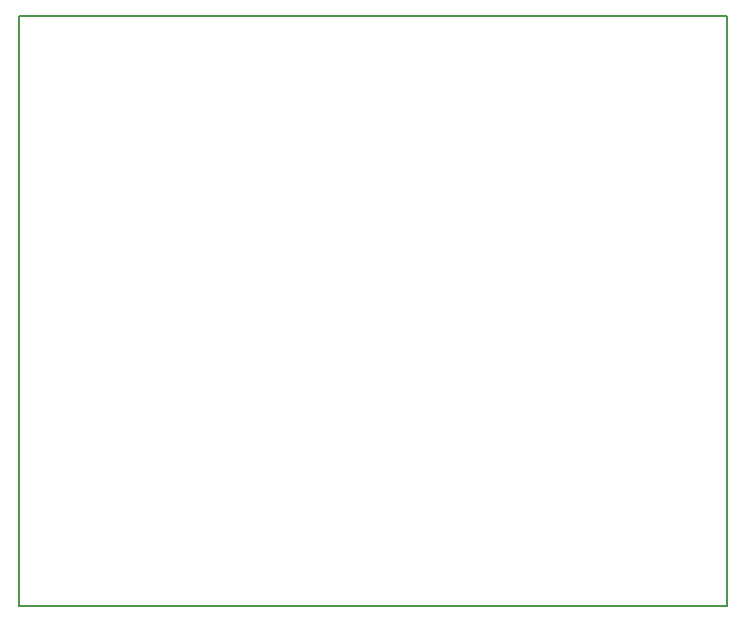
<source format=gm1>
G04 #@! TF.GenerationSoftware,KiCad,Pcbnew,8.0.6*
G04 #@! TF.CreationDate,2025-01-14T12:10:58-05:00*
G04 #@! TF.ProjectId,usb_lin,7573625f-6c69-46e2-9e6b-696361645f70,rev?*
G04 #@! TF.SameCoordinates,Original*
G04 #@! TF.FileFunction,Profile,NP*
%FSLAX46Y46*%
G04 Gerber Fmt 4.6, Leading zero omitted, Abs format (unit mm)*
G04 Created by KiCad (PCBNEW 8.0.6) date 2025-01-14 12:10:58*
%MOMM*%
%LPD*%
G01*
G04 APERTURE LIST*
G04 #@! TA.AperFunction,Profile*
%ADD10C,0.150000*%
G04 #@! TD*
G04 APERTURE END LIST*
D10*
X190000000Y-80000000D02*
X130000000Y-80000000D01*
X130000000Y-80000000D02*
X130000000Y-130000000D01*
X130000000Y-130000000D02*
X190000000Y-130000000D01*
X190000000Y-130000000D02*
X190000000Y-80000000D01*
M02*

</source>
